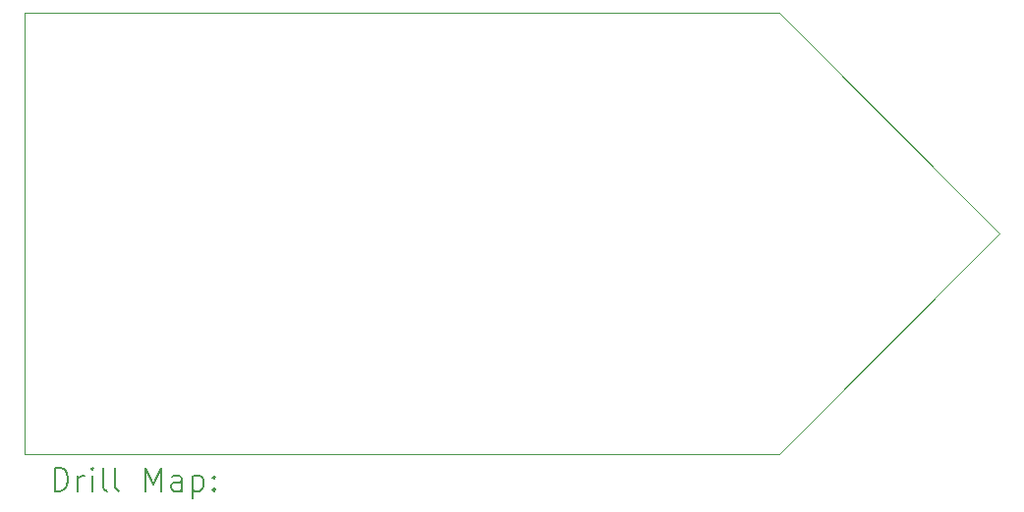
<source format=gbr>
%TF.GenerationSoftware,KiCad,Pcbnew,8.0.1*%
%TF.CreationDate,2024-03-30T16:51:32-04:00*%
%TF.ProjectId,pulp,70756c70-2e6b-4696-9361-645f70636258,rev?*%
%TF.SameCoordinates,Original*%
%TF.FileFunction,Drillmap*%
%TF.FilePolarity,Positive*%
%FSLAX45Y45*%
G04 Gerber Fmt 4.5, Leading zero omitted, Abs format (unit mm)*
G04 Created by KiCad (PCBNEW 8.0.1) date 2024-03-30 16:51:32*
%MOMM*%
%LPD*%
G01*
G04 APERTURE LIST*
%ADD10C,0.100000*%
%ADD11C,0.200000*%
G04 APERTURE END LIST*
D10*
X11700000Y-6305000D02*
X9800000Y-8210000D01*
X3303000Y-8210000D01*
X3303000Y-4400000D01*
X9800000Y-4400000D01*
X11700000Y-6305000D01*
D11*
X3558777Y-8526484D02*
X3558777Y-8326484D01*
X3558777Y-8326484D02*
X3606396Y-8326484D01*
X3606396Y-8326484D02*
X3634967Y-8336008D01*
X3634967Y-8336008D02*
X3654015Y-8355055D01*
X3654015Y-8355055D02*
X3663539Y-8374103D01*
X3663539Y-8374103D02*
X3673062Y-8412198D01*
X3673062Y-8412198D02*
X3673062Y-8440770D01*
X3673062Y-8440770D02*
X3663539Y-8478865D01*
X3663539Y-8478865D02*
X3654015Y-8497912D01*
X3654015Y-8497912D02*
X3634967Y-8516960D01*
X3634967Y-8516960D02*
X3606396Y-8526484D01*
X3606396Y-8526484D02*
X3558777Y-8526484D01*
X3758777Y-8526484D02*
X3758777Y-8393150D01*
X3758777Y-8431246D02*
X3768301Y-8412198D01*
X3768301Y-8412198D02*
X3777824Y-8402674D01*
X3777824Y-8402674D02*
X3796872Y-8393150D01*
X3796872Y-8393150D02*
X3815920Y-8393150D01*
X3882586Y-8526484D02*
X3882586Y-8393150D01*
X3882586Y-8326484D02*
X3873062Y-8336008D01*
X3873062Y-8336008D02*
X3882586Y-8345531D01*
X3882586Y-8345531D02*
X3892110Y-8336008D01*
X3892110Y-8336008D02*
X3882586Y-8326484D01*
X3882586Y-8326484D02*
X3882586Y-8345531D01*
X4006396Y-8526484D02*
X3987348Y-8516960D01*
X3987348Y-8516960D02*
X3977824Y-8497912D01*
X3977824Y-8497912D02*
X3977824Y-8326484D01*
X4111158Y-8526484D02*
X4092110Y-8516960D01*
X4092110Y-8516960D02*
X4082586Y-8497912D01*
X4082586Y-8497912D02*
X4082586Y-8326484D01*
X4339729Y-8526484D02*
X4339729Y-8326484D01*
X4339729Y-8326484D02*
X4406396Y-8469341D01*
X4406396Y-8469341D02*
X4473063Y-8326484D01*
X4473063Y-8326484D02*
X4473063Y-8526484D01*
X4654015Y-8526484D02*
X4654015Y-8421722D01*
X4654015Y-8421722D02*
X4644491Y-8402674D01*
X4644491Y-8402674D02*
X4625444Y-8393150D01*
X4625444Y-8393150D02*
X4587348Y-8393150D01*
X4587348Y-8393150D02*
X4568301Y-8402674D01*
X4654015Y-8516960D02*
X4634967Y-8526484D01*
X4634967Y-8526484D02*
X4587348Y-8526484D01*
X4587348Y-8526484D02*
X4568301Y-8516960D01*
X4568301Y-8516960D02*
X4558777Y-8497912D01*
X4558777Y-8497912D02*
X4558777Y-8478865D01*
X4558777Y-8478865D02*
X4568301Y-8459817D01*
X4568301Y-8459817D02*
X4587348Y-8450293D01*
X4587348Y-8450293D02*
X4634967Y-8450293D01*
X4634967Y-8450293D02*
X4654015Y-8440770D01*
X4749253Y-8393150D02*
X4749253Y-8593150D01*
X4749253Y-8402674D02*
X4768301Y-8393150D01*
X4768301Y-8393150D02*
X4806396Y-8393150D01*
X4806396Y-8393150D02*
X4825444Y-8402674D01*
X4825444Y-8402674D02*
X4834967Y-8412198D01*
X4834967Y-8412198D02*
X4844491Y-8431246D01*
X4844491Y-8431246D02*
X4844491Y-8488389D01*
X4844491Y-8488389D02*
X4834967Y-8507436D01*
X4834967Y-8507436D02*
X4825444Y-8516960D01*
X4825444Y-8516960D02*
X4806396Y-8526484D01*
X4806396Y-8526484D02*
X4768301Y-8526484D01*
X4768301Y-8526484D02*
X4749253Y-8516960D01*
X4930205Y-8507436D02*
X4939729Y-8516960D01*
X4939729Y-8516960D02*
X4930205Y-8526484D01*
X4930205Y-8526484D02*
X4920682Y-8516960D01*
X4920682Y-8516960D02*
X4930205Y-8507436D01*
X4930205Y-8507436D02*
X4930205Y-8526484D01*
X4930205Y-8402674D02*
X4939729Y-8412198D01*
X4939729Y-8412198D02*
X4930205Y-8421722D01*
X4930205Y-8421722D02*
X4920682Y-8412198D01*
X4920682Y-8412198D02*
X4930205Y-8402674D01*
X4930205Y-8402674D02*
X4930205Y-8421722D01*
M02*

</source>
